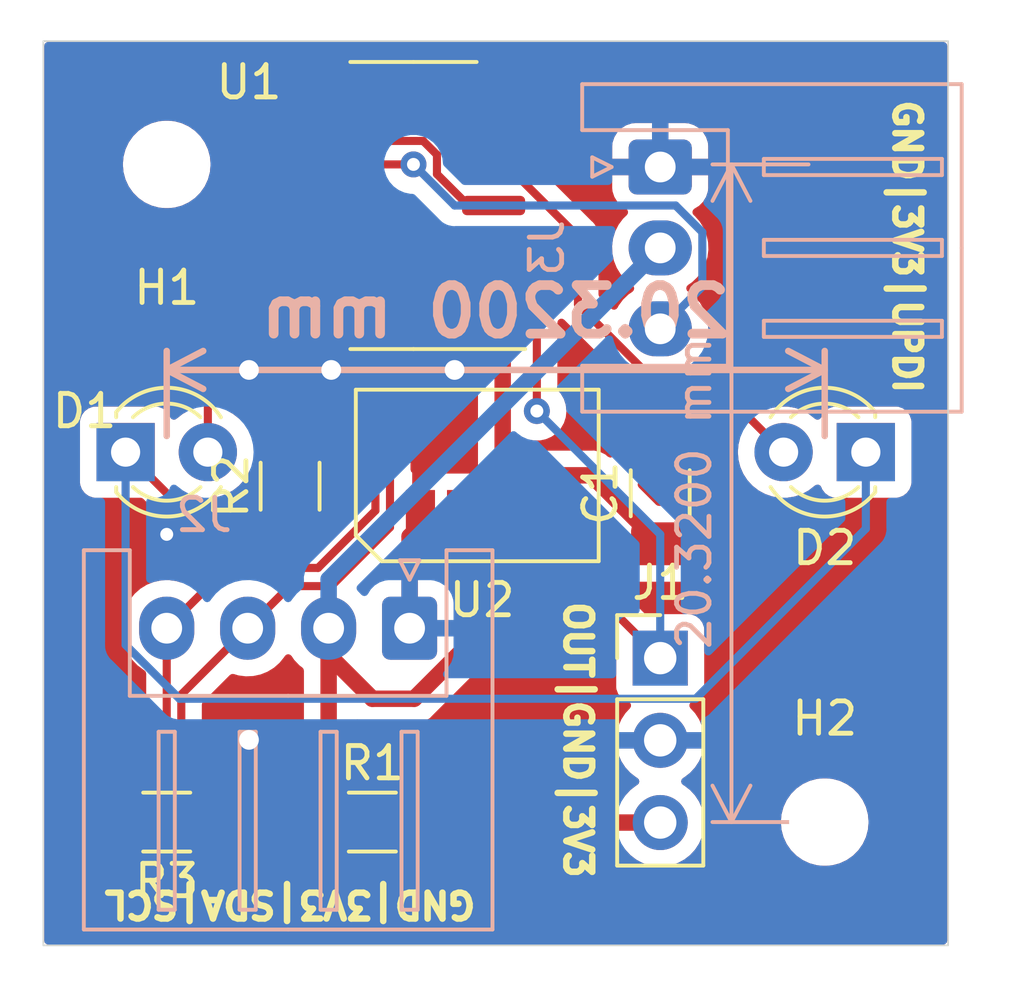
<source format=kicad_pcb>
(kicad_pcb (version 20221018) (generator pcbnew)
  (layers (0 "F.Cu" signal) (31 "B.Cu" signal) (34 "B.Paste" user) (35 "F.Paste" user) (36 "B.SilkS" user "B.Silkscreen") (37 "F.SilkS" user "F.Silkscreen") (38 "B.Mask" user) (39 "F.Mask" user) (44 "Edge.Cuts" user))
  (net 0 "")
  (net 1 "+3V3")
  (net 2 "GND")
  (net 3 "Net-(D1-K)")
  (net 4 "Net-(D1-A)")
  (net 5 "Net-(D2-A)")
  (net 6 "SDA")
  (net 7 "SCL")
  (net 8 "UPDI")
  (net 9 "Net-(U1-PA5)")
  (net 10 "Net-(J1-Pin_1)")
  (footprint "Capacitor_SMD:C_1206_3216Metric_Pad1.33x1.80mm_HandSolder" (layer "F.Cu") (at 82.55 38.1 90)
    (fp_text reference "C1" (at 0 -1.85 90) (layer "F.SilkS"))
    (fp_text value "100nF")
    (fp_line (start -0.711252 -0.91) (end 0.711252 -0.91) (stroke (width 0.12)) (layer "F.SilkS"))
    (fp_line (start -0.711252 0.91) (end 0.711252 0.91) (stroke (width 0.12)) (layer "F.SilkS"))
    (pad "1" smd roundrect (at -1.5625 0 90) (size 1.325 1.8) (layers "F.Cu" "F.Paste" "F.Mask") (roundrect_rratio 0.188679) (net 1 "+3V3"))
    (pad "2" smd roundrect (at 1.5625 0 90) (size 1.325 1.8) (layers "F.Cu" "F.Paste" "F.Mask") (roundrect_rratio 0.188679) (net 2 "GND"))
  )
  (footprint "Resistor_SMD:R_1206_3216Metric_Pad1.30x1.75mm_HandSolder" (layer "F.Cu") (at 73.66 48.26)
    (fp_text reference "R1" (at 0 -1.82) (layer "F.SilkS"))
    (fp_text value "4k7")
    (fp_line (start -0.727064 -0.91) (end 0.727064 -0.91) (stroke (width 0.12)) (layer "F.SilkS"))
    (fp_line (start -0.727064 0.91) (end 0.727064 0.91) (stroke (width 0.12)) (layer "F.SilkS"))
    (pad "1" smd roundrect (at -1.55 0) (size 1.3 1.75) (layers "F.Cu" "F.Paste" "F.Mask") (roundrect_rratio 0.192308) (net 1 "+3V3"))
    (pad "2" smd roundrect (at 1.55 0) (size 1.3 1.75) (layers "F.Cu" "F.Paste" "F.Mask") (roundrect_rratio 0.192308) (net 6 "SDA"))
  )
  (footprint "Resistor_SMD:R_1206_3216Metric_Pad1.30x1.75mm_HandSolder" (layer "F.Cu") (at 71.12 37.8825 90)
    (fp_text reference "R2" (at 0 -1.82 90) (layer "F.SilkS"))
    (fp_text value "220")
    (fp_line (start -0.727064 -0.91) (end 0.727064 -0.91) (stroke (width 0.12)) (layer "F.SilkS"))
    (fp_line (start -0.727064 0.91) (end 0.727064 0.91) (stroke (width 0.12)) (layer "F.SilkS"))
    (pad "1" smd roundrect (at -1.55 0 90) (size 1.3 1.75) (layers "F.Cu" "F.Paste" "F.Mask") (roundrect_rratio 0.192308) (net 3 "Net-(D1-K)"))
    (pad "2" smd roundrect (at 1.55 0 90) (size 1.3 1.75) (layers "F.Cu" "F.Paste" "F.Mask") (roundrect_rratio 0.192308) (net 9 "Net-(U1-PA5)"))
  )
  (footprint "Resistor_SMD:R_1206_3216Metric_Pad1.30x1.75mm_HandSolder" (layer "F.Cu") (at 67.31 48.26 180)
    (fp_text reference "R3" (at 0 -1.82 180) (layer "F.SilkS"))
    (fp_text value "4k7")
    (fp_line (start -0.727064 -0.91) (end 0.727064 -0.91) (stroke (width 0.12)) (layer "F.SilkS"))
    (fp_line (start -0.727064 0.91) (end 0.727064 0.91) (stroke (width 0.12)) (layer "F.SilkS"))
    (pad "1" smd roundrect (at -1.55 0 180) (size 1.3 1.75) (layers "F.Cu" "F.Paste" "F.Mask") (roundrect_rratio 0.192308) (net 1 "+3V3"))
    (pad "2" smd roundrect (at 1.55 0 180) (size 1.3 1.75) (layers "F.Cu" "F.Paste" "F.Mask") (roundrect_rratio 0.192308) (net 7 "SCL"))
  )
  (footprint "Package_SO:SOIC-14_3.9x8.7mm_P1.27mm" (layer "F.Cu") (at 74.93 29.21 180)
    (fp_text reference "U1" (at 5.08 3.81) (layer "F.SilkS"))
    (fp_text value "ATtiny404-SS")
    (fp_line (start 0 -4.435) (end -3.45 -4.435) (stroke (width 0.12)) (layer "F.SilkS"))
    (fp_line (start 0 -4.435) (end 1.95 -4.435) (stroke (width 0.12)) (layer "F.SilkS"))
    (fp_line (start 0 4.435) (end -1.95 4.435) (stroke (width 0.12)) (layer "F.SilkS"))
    (fp_line (start 0 4.435) (end 1.95 4.435) (stroke (width 0.12)) (layer "F.SilkS"))
    (pad "1" smd roundrect (at -2.475 -3.81 180) (size 1.95 0.6) (layers "F.Cu" "F.Paste" "F.Mask") (net 1 "+3V3"))
    (pad "2" smd roundrect (at -2.475 -2.54 180) (size 1.95 0.6) (layers "F.Cu" "F.Paste" "F.Mask") (net 10 "Net-(J1-Pin_1)"))
    (pad "3" smd roundrect (at -2.475 -1.27 180) (size 1.95 0.6) (layers "F.Cu" "F.Paste" "F.Mask") (net 9 "Net-(U1-PA5)"))
    (pad "4" smd roundrect (at -2.475 0 180) (size 1.95 0.6) (layers "F.Cu" "F.Paste" "F.Mask") (net 4 "Net-(D1-A)"))
    (pad "5" smd roundrect (at -2.475 1.27 180) (size 1.95 0.6) (layers "F.Cu" "F.Paste" "F.Mask") (net 5 "Net-(D2-A)"))
    (pad "6" smd roundrect (at -2.475 2.54 180) (size 1.95 0.6) (layers "F.Cu" "F.Paste" "F.Mask"))
    (pad "7" smd roundrect (at -2.475 3.81 180) (size 1.95 0.6) (layers "F.Cu" "F.Paste" "F.Mask"))
    (pad "8" smd roundrect (at 2.475 3.81 180) (size 1.95 0.6) (layers "F.Cu" "F.Paste" "F.Mask"))
    (pad "9" smd roundrect (at 2.475 2.54 180) (size 1.95 0.6) (layers "F.Cu" "F.Paste" "F.Mask"))
    (pad "10" smd roundrect (at 2.475 1.27 180) (size 1.95 0.6) (layers "F.Cu" "F.Paste" "F.Mask") (net 8 "UPDI"))
    (pad "11" smd roundrect (at 2.475 0 180) (size 1.95 0.6) (layers "F.Cu" "F.Paste" "F.Mask") (net 6 "SDA"))
    (pad "12" smd roundrect (at 2.475 -1.27 180) (size 1.95 0.6) (layers "F.Cu" "F.Paste" "F.Mask") (net 7 "SCL"))
    (pad "13" smd roundrect (at 2.475 -2.54 180) (size 1.95 0.6) (layers "F.Cu" "F.Paste" "F.Mask"))
    (pad "14" smd roundrect (at 2.475 -3.81 180) (size 1.95 0.6) (layers "F.Cu" "F.Paste" "F.Mask") (net 2 "GND"))
  )
  (footprint "MountingHole:MountingHole_2.2mm_M2" (layer "F.Cu") (at 87.63 48.26)
    (fp_text reference "H2" (at 0 -3.2) (layer "F.SilkS"))
    (fp_text value "MountingHole" hide)
    (pad "" np_thru_hole circle (at 0 0) (size 2.2 2.2) (drill 2.2) (layers "*.Cu" "*.Mask"))
  )
  (footprint "MountingHole:MountingHole_2.2mm_M2" (layer "F.Cu") (at 67.31 27.94)
    (fp_text reference "H1" (at 0 3.81) (layer "F.SilkS"))
    (fp_text value "MountingHole")
    (pad "" np_thru_hole circle (at 0 0) (size 2.2 2.2) (drill 2.2) (layers "*.Cu" "*.Mask"))
  )
  (footprint "opto-counter:TSS60xx" (layer "F.Cu") (at 77.05 37.4)
    (fp_text reference "U2" (at 0 4) (layer "F.SilkS"))
    (fp_text value "TSSP6038")
    (fp_line (start -3.9 -2.5) (end 3.6 -2.5) (stroke (width 0.12)) (layer "F.SilkS"))
    (fp_line (start -3.9 2) (end -3.9 -2.5) (stroke (width 0.12)) (layer "F.SilkS"))
    (fp_line (start -3.1 2.8) (end -3.9 2) (stroke (width 0.12)) (layer "F.SilkS"))
    (fp_line (start 3.6 -2.5) (end 3.6 2.8) (stroke (width 0.12)) (layer "F.SilkS"))
    (fp_line (start 3.6 2.8) (end -3.1 2.8) (stroke (width 0.12)) (layer "F.SilkS"))
    (pad "1" smd rect (at -1.905 1.7) (size 0.9 2.2) (layers "F.Cu" "F.Paste" "F.Mask") (net 2 "GND"))
    (pad "2" smd rect (at -0.635 1.7) (size 0.9 2.2) (layers "F.Cu" "F.Paste" "F.Mask"))
    (pad "3" smd rect (at 0.635 1.7) (size 0.9 2.2) (layers "F.Cu" "F.Paste" "F.Mask") (net 1 "+3V3"))
    (pad "4" smd rect (at 1.905 1.7) (size 0.9 2.2) (layers "F.Cu" "F.Paste" "F.Mask") (net 10 "Net-(J1-Pin_1)"))
  )
  (footprint "LED_THT:LED_D3.0mm_IRBlack" (layer "F.Cu") (at 66.04 36.83)
    (fp_text reference "D1" (at -1.27 -1.27) (layer "F.SilkS"))
    (fp_text value "TSAL4400")
    (fp_line (start -0.29 -1.236) (end -0.29 -1.08) (stroke (width 0.12)) (layer "F.SilkS"))
    (fp_line (start -0.29 1.08) (end -0.29 1.236) (stroke (width 0.12)) (layer "F.SilkS"))
    (fp_arc (start -0.29 -1.235516) (mid 1.366487 -1.987659) (end 2.942335 -1.078608) (stroke (width 0.12)) (layer "F.SilkS"))
    (fp_arc (start 0.229039 -1.08) (mid 1.270117 -1.5) (end 2.31113 -1.079837) (stroke (width 0.12)) (layer "F.SilkS"))
    (fp_arc (start 2.31113 1.079837) (mid 1.270117 1.5) (end 0.229039 1.08) (stroke (width 0.12)) (layer "F.SilkS"))
    (fp_arc (start 2.942335 1.078608) (mid 1.366487 1.987659) (end -0.29 1.235516) (stroke (width 0.12)) (layer "F.SilkS"))
    (pad "1" thru_hole rect (at 0 0) (size 1.8 1.8) (drill 0.9) (layers "*.Cu" "*.Mask") (net 3 "Net-(D1-K)"))
    (pad "2" thru_hole circle (at 2.54 0) (size 1.8 1.8) (drill 0.9) (layers "*.Cu" "*.Mask") (net 4 "Net-(D1-A)"))
  )
  (footprint "LED_THT:LED_D3.0mm_IRBlack" (layer "F.Cu") (at 88.9 36.83 180)
    (fp_text reference "D2" (at 1.27 -2.96) (layer "F.SilkS"))
    (fp_text value "TSAL4400")
    (fp_line (start -0.29 -1.236) (end -0.29 -1.08) (stroke (width 0.12)) (layer "F.SilkS"))
    (fp_line (start -0.29 1.08) (end -0.29 1.236) (stroke (width 0.12)) (layer "F.SilkS"))
    (fp_arc (start -0.29 -1.235516) (mid 1.366487 -1.987659) (end 2.942335 -1.078608) (stroke (width 0.12)) (layer "F.SilkS"))
    (fp_arc (start 0.229039 -1.08) (mid 1.270117 -1.5) (end 2.31113 -1.079837) (stroke (width 0.12)) (layer "F.SilkS"))
    (fp_arc (start 2.31113 1.079837) (mid 1.270117 1.5) (end 0.229039 1.08) (stroke (width 0.12)) (layer "F.SilkS"))
    (fp_arc (start 2.942335 1.078608) (mid 1.366487 1.987659) (end -0.29 1.235516) (stroke (width 0.12)) (layer "F.SilkS"))
    (pad "1" thru_hole rect (at 0 0 180) (size 1.8 1.8) (drill 0.9) (layers "*.Cu" "*.Mask") (net 3 "Net-(D1-K)"))
    (pad "2" thru_hole circle (at 2.54 0 180) (size 1.8 1.8) (drill 0.9) (layers "*.Cu" "*.Mask") (net 5 "Net-(D2-A)"))
  )
  (footprint "Connector_PinHeader_2.54mm:PinHeader_1x03_P2.54mm_Vertical" (layer "F.Cu") (at 82.55 43.195)
    (fp_text reference "J1" (at 0 -2.33) (layer "F.SilkS"))
    (fp_text value "IR-REC")
    (fp_line (start -1.33 -1.33) (end 0 -1.33) (stroke (width 0.12)) (layer "F.SilkS"))
    (fp_line (start -1.33 0) (end -1.33 -1.33) (stroke (width 0.12)) (layer "F.SilkS"))
    (fp_line (start -1.33 1.27) (end -1.33 6.41) (stroke (width 0.12)) (layer "F.SilkS"))
    (fp_line (start -1.33 1.27) (end 1.33 1.27) (stroke (width 0.12)) (layer "F.SilkS"))
    (fp_line (start -1.33 6.41) (end 1.33 6.41) (stroke (width 0.12)) (layer "F.SilkS"))
    (fp_line (start 1.33 1.27) (end 1.33 6.41) (stroke (width 0.12)) (layer "F.SilkS"))
    (pad "1" thru_hole rect (at 0 0) (size 1.7 1.7) (drill 1) (layers "*.Cu" "*.Mask") (net 10 "Net-(J1-Pin_1)"))
    (pad "2" thru_hole oval (at 0 2.54) (size 1.7 1.7) (drill 1) (layers "*.Cu" "*.Mask") (net 2 "GND"))
    (pad "3" thru_hole oval (at 0 5.08) (size 1.7 1.7) (drill 1) (layers "*.Cu" "*.Mask") (net 1 "+3V3"))
  )
  (footprint "Connector_JST:JST_XH_S4B-XH-A_1x04_P2.50mm_Horizontal" (layer "B.Cu") (at 74.81 42.27 180)
    (fp_text reference "J2" (at 6.35 3.5) (layer "B.SilkS") (effects (justify mirror)))
    (fp_text value "qwiic")
    (fp_line (start -2.56 -9.31) (end -2.56 2.41) (stroke (width 0.12)) (layer "B.SilkS"))
    (fp_line (start -2.56 2.41) (end -1.14 2.41) (stroke (width 0.12)) (layer "B.SilkS"))
    (fp_line (start -1.14 -2.09) (end 3.75 -2.09) (stroke (width 0.12)) (layer "B.SilkS"))
    (fp_line (start -1.14 2.41) (end -1.14 -2.09) (stroke (width 0.12)) (layer "B.SilkS"))
    (fp_line (start -0.3 2.1) (end 0.3 2.1) (stroke (width 0.12)) (layer "B.SilkS"))
    (fp_line (start -0.25 -8.7) (end 0.25 -8.7) (stroke (width 0.12)) (layer "B.SilkS"))
    (fp_line (start -0.25 -3.2) (end -0.25 -8.7) (stroke (width 0.12)) (layer "B.SilkS"))
    (fp_line (start 0 1.5) (end -0.3 2.1) (stroke (width 0.12)) (layer "B.SilkS"))
    (fp_line (start 0.25 -8.7) (end 0.25 -3.2) (stroke (width 0.12)) (layer "B.SilkS"))
    (fp_line (start 0.25 -3.2) (end -0.25 -3.2) (stroke (width 0.12)) (layer "B.SilkS"))
    (fp_line (start 0.3 2.1) (end 0 1.5) (stroke (width 0.12)) (layer "B.SilkS"))
    (fp_line (start 2.25 -8.7) (end 2.75 -8.7) (stroke (width 0.12)) (layer "B.SilkS"))
    (fp_line (start 2.25 -3.2) (end 2.25 -8.7) (stroke (width 0.12)) (layer "B.SilkS"))
    (fp_line (start 2.75 -8.7) (end 2.75 -3.2) (stroke (width 0.12)) (layer "B.SilkS"))
    (fp_line (start 2.75 -3.2) (end 2.25 -3.2) (stroke (width 0.12)) (layer "B.SilkS"))
    (fp_line (start 3.75 -9.31) (end -2.56 -9.31) (stroke (width 0.12)) (layer "B.SilkS"))
    (fp_line (start 3.75 -9.31) (end 10.06 -9.31) (stroke (width 0.12)) (layer "B.SilkS"))
    (fp_line (start 4.75 -8.7) (end 5.25 -8.7) (stroke (width 0.12)) (layer "B.SilkS"))
    (fp_line (start 4.75 -3.2) (end 4.75 -8.7) (stroke (width 0.12)) (layer "B.SilkS"))
    (fp_line (start 5.25 -8.7) (end 5.25 -3.2) (stroke (width 0.12)) (layer "B.SilkS"))
    (fp_line (start 5.25 -3.2) (end 4.75 -3.2) (stroke (width 0.12)) (layer "B.SilkS"))
    (fp_line (start 7.25 -8.7) (end 7.75 -8.7) (stroke (width 0.12)) (layer "B.SilkS"))
    (fp_line (start 7.25 -3.2) (end 7.25 -8.7) (stroke (width 0.12)) (layer "B.SilkS"))
    (fp_line (start 7.75 -8.7) (end 7.75 -3.2) (stroke (width 0.12)) (layer "B.SilkS"))
    (fp_line (start 7.75 -3.2) (end 7.25 -3.2) (stroke (width 0.12)) (layer "B.SilkS"))
    (fp_line (start 8.64 -2.09) (end 3.75 -2.09) (stroke (width 0.12)) (layer "B.SilkS"))
    (fp_line (start 8.64 2.41) (end 8.64 -2.09) (stroke (width 0.12)) (layer "B.SilkS"))
    (fp_line (start 10.06 -9.31) (end 10.06 2.41) (stroke (width 0.12)) (layer "B.SilkS"))
    (fp_line (start 10.06 2.41) (end 8.64 2.41) (stroke (width 0.12)) (layer "B.SilkS"))
    (pad "1" thru_hole roundrect (at 0 0 180) (size 1.7 1.95) (drill 0.95) (layers "*.Cu" "*.Mask") (roundrect_rratio 0.147059) (net 2 "GND"))
    (pad "2" thru_hole oval (at 2.5 0 180) (size 1.7 1.95) (drill 0.95) (layers "*.Cu" "*.Mask") (net 1 "+3V3"))
    (pad "3" thru_hole oval (at 5 0 180) (size 1.7 1.95) (drill 0.95) (layers "*.Cu" "*.Mask") (net 6 "SDA"))
    (pad "4" thru_hole oval (at 7.5 0 180) (size 1.7 1.95) (drill 0.95) (layers "*.Cu" "*.Mask") (net 7 "SCL"))
  )
  (footprint "Connector_JST:JST_XH_S3B-XH-A_1x03_P2.50mm_Horizontal" (layer "B.Cu") (at 82.55 28.02 -90)
    (fp_text reference "J3" (at 2.5 3.5 -270) (layer "B.SilkS") (effects (justify mirror)))
    (fp_text value "UPDI")
    (fp_line (start -2.56 -9.31) (end -2.56 2.41) (stroke (width 0.12)) (layer "B.SilkS"))
    (fp_line (start -2.56 2.41) (end -1.14 2.41) (stroke (width 0.12)) (layer "B.SilkS"))
    (fp_line (start -1.14 -2.09) (end 2.5 -2.09) (stroke (width 0.12)) (layer "B.SilkS"))
    (fp_line (start -1.14 2.41) (end -1.14 -2.09) (stroke (width 0.12)) (layer "B.SilkS"))
    (fp_line (start -0.3 2.1) (end 0.3 2.1) (stroke (width 0.12)) (layer "B.SilkS"))
    (fp_line (start -0.25 -8.7) (end 0.25 -8.7) (stroke (width 0.12)) (layer "B.SilkS"))
    (fp_line (start -0.25 -3.2) (end -0.25 -8.7) (stroke (width 0.12)) (layer "B.SilkS"))
    (fp_line (start 0 1.5) (end -0.3 2.1) (stroke (width 0.12)) (layer "B.SilkS"))
    (fp_line (start 0.25 -8.7) (end 0.25 -3.2) (stroke (width 0.12)) (layer "B.SilkS"))
    (fp_line (start 0.25 -3.2) (end -0.25 -3.2) (stroke (width 0.12)) (layer "B.SilkS"))
    (fp_line (start 0.3 2.1) (end 0 1.5) (stroke (width 0.12)) (layer "B.SilkS"))
    (fp_line (start 2.25 -8.7) (end 2.75 -8.7) (stroke (width 0.12)) (layer "B.SilkS"))
    (fp_line (start 2.25 -3.2) (end 2.25 -8.7) (stroke (width 0.12)) (layer "B.SilkS"))
    (fp_line (start 2.5 -9.31) (end -2.56 -9.31) (stroke (width 0.12)) (layer "B.SilkS"))
    (fp_line (start 2.5 -9.31) (end 7.56 -9.31) (stroke (width 0.12)) (layer "B.SilkS"))
    (fp_line (start 2.75 -8.7) (end 2.75 -3.2) (stroke (width 0.12)) (layer "B.SilkS"))
    (fp_line (start 2.75 -3.2) (end 2.25 -3.2) (stroke (width 0.12)) (layer "B.SilkS"))
    (fp_line (start 4.75 -8.7) (end 5.25 -8.7) (stroke (width 0.12)) (layer "B.SilkS"))
    (fp_line (start 4.75 -3.2) (end 4.75 -8.7) (stroke (width 0.12)) (layer "B.SilkS"))
    (fp_line (start 5.25 -8.7) (end 5.25 -3.2) (stroke (width 0.12)) (layer "B.SilkS"))
    (fp_line (start 5.25 -3.2) (end 4.75 -3.2) (stroke (width 0.12)) (layer "B.SilkS"))
    (fp_line (start 6.14 -2.09) (end 2.5 -2.09) (stroke (width 0.12)) (layer "B.SilkS"))
    (fp_line (start 6.14 2.41) (end 6.14 -2.09) (stroke (width 0.12)) (layer "B.SilkS"))
    (fp_line (start 7.56 -9.31) (end 7.56 2.41) (stroke (width 0.12)) (layer "B.SilkS"))
    (fp_line (start 7.56 2.41) (end 6.14 2.41) (stroke (width 0.12)) (layer "B.SilkS"))
    (pad "1" thru_hole roundrect (at 0 0 270) (size 1.7 1.95) (drill 0.95) (layers "*.Cu" "*.Mask") (roundrect_rratio 0.147059) (net 2 "GND"))
    (pad "2" thru_hole oval (at 2.5 0 270) (size 1.7 1.95) (drill 0.95) (layers "*.Cu" "*.Mask") (net 1 "+3V3"))
    (pad "3" thru_hole oval (at 5 0 270) (size 1.7 1.95) (drill 0.95) (layers "*.Cu" "*.Mask") (net 8 "UPDI"))
  )
  (gr_rect (start 63.5 24.13) (end 91.44 52.07) (stroke (width 0.05)) (fill none) (layer "Edge.Cuts"))
  (gr_text "GND|3V3|SDA|SCL\n" (at 71.12 50.8 180) (layer "F.SilkS") (effects (font (size 0.8 0.8) (thickness 0.2))))
  (gr_text "GND|3V3|UPDI\n" (at 90.17 30.48 -90) (layer "F.SilkS") (effects (font (size 0.8 0.8) (thickness 0.2))))
  (gr_text "OUT|GND|3V3\n" (at 80.01 45.72 270) (layer "F.SilkS") (effects (font (size 0.8 0.8) (thickness 0.2))))
  (dimension (type aligned) (layer "B.SilkS") (pts (xy 87.63 36.83) (xy 67.31 36.83)) (height 2.54) (gr_text "20,3200 mm" (at 77.47 32.49) (layer "B.SilkS") (effects (font (size 1.5 1.5) (thickness 0.3)) (justify mirror))) (format (prefix "") (suffix "") (units 3) (units_format 1) (precision 4)) (style (thickness 0.2) (arrow_length 1.27) (text_position_mode 0) (extension_height 0.58642) (extension_offset 0.5) keep_text_aligned))
  (dimension (type aligned) (layer "B.SilkS") (pts (xy 87.63 48.26) (xy 87.63 27.94)) (height -2.88) (gr_text "20,3200 mm" (at 83.6 38.1 90) (layer "B.SilkS") (effects (font (size 1 1) (thickness 0.15)))) (format (prefix "") (suffix "") (units 3) (units_format 1) (precision 4)) (style (thickness 0.12) (arrow_length 1.27) (text_position_mode 0) (extension_height 0.58642) (extension_offset 0.5) keep_text_aligned))
  (segment (start 80.4335 37.546) (end 78.239 37.546) (width 0.508) (layer "F.Cu") (net 1))
  (segment (start 74.950606 44.45) (end 73.66 44.45) (width 0.508) (layer "F.Cu") (net 1))
  (segment (start 77.685 38.1) (end 77.685 39.1) (width 0.508) (layer "F.Cu") (net 1))
  (segment (start 78.239 37.546) (end 77.685 38.1) (width 0.508) (layer "F.Cu") (net 1))
  (segment (start 72.31 44.45) (end 72.31 42.27) (width 0.508) (layer "F.Cu") (net 1))
  (segment (start 72.39 42.35) (end 72.31 42.27) (width 0.508) (layer "F.Cu") (net 1))
  (segment (start 77.411 46.931) (end 74.976608 46.931) (width 0.508) (layer "F.Cu") (net 1))
  (segment (start 72.1725 48.26) (end 72.31 48.1225) (width 0.508) (layer "F.Cu") (net 1))
  (segment (start 78.755 48.275) (end 77.47 46.99) (width 0.508) (layer "F.Cu") (net 1))
  (segment (start 82.55 48.275) (end 78.755 48.275) (width 0.508) (layer "F.Cu") (net 1))
  (segment (start 68.7975 48.26) (end 72.1725 48.26) (width 0.508) (layer "F.Cu") (net 1))
  (segment (start 77.685 33.3) (end 77.685 38.1) (width 0.508) (layer "F.Cu") (net 1))
  (segment (start 77.405 33.02) (end 77.685 33.3) (width 0.508) (layer "F.Cu") (net 1))
  (segment (start 72.39 43.18) (end 72.39 42.35) (width 0.508) (layer "F.Cu") (net 1))
  (segment (start 77.685 41.715606) (end 74.950606 44.45) (width 0.508) (layer "F.Cu") (net 1))
  (segment (start 73.601 46.931) (end 72.39 45.72) (width 0.508) (layer "F.Cu") (net 1))
  (segment (start 74.976608 46.931) (end 73.601 46.931) (width 0.508) (layer "F.Cu") (net 1))
  (segment (start 82.55 39.6625) (end 80.4335 37.546) (width 0.508) (layer "F.Cu") (net 1))
  (segment (start 72.1725 48.26) (end 72.39 48.26) (width 0.508) (layer "F.Cu") (net 1))
  (segment (start 73.66 44.45) (end 72.39 43.18) (width 0.508) (layer "F.Cu") (net 1))
  (segment (start 72.31 48.1225) (end 72.31 44.45) (width 0.508) (layer "F.Cu") (net 1))
  (segment (start 77.685 39.1) (end 77.685 41.715606) (width 0.508) (layer "F.Cu") (net 1))
  (segment (start 77.47 46.99) (end 77.411 46.931) (width 0.508) (layer "F.Cu") (net 1))
  (segment (start 72.31 40.76) (end 72.31 42.27) (width 0.508) (layer "B.Cu") (net 1))
  (segment (start 82.55 30.52) (end 72.31 40.76) (width 0.508) (layer "B.Cu") (net 1))
  (segment (start 74.81 42.27) (end 74.81 39.435) (width 0.508) (layer "F.Cu") (net 2))
  (segment (start 75.145 35.345) (end 75.145 39.1) (width 0.508) (layer "F.Cu") (net 2))
  (segment (start 74.81 39.435) (end 75.145 39.1) (width 0.508) (layer "F.Cu") (net 2))
  (segment (start 76.2 34.29) (end 75.145 35.345) (width 0.508) (layer "F.Cu") (net 2))
  (segment (start 72.455 34.225) (end 72.39 34.29) (width 0.508) (layer "F.Cu") (net 2))
  (segment (start 72.455 33.02) (end 72.455 34.225) (width 0.508) (layer "F.Cu") (net 2))
  (via (at 72.39 34.29) (size 1.27) (drill 0.6096) (layers "F.Cu" "B.Cu") (net 2))
  (via (at 69.85 34.29) (size 1.27) (drill 0.6096) (layers "F.Cu" "B.Cu") (net 2))
  (via (at 67.31 39.37) (size 0.8) (drill 0.4) (layers "F.Cu" "B.Cu") (net 2))
  (via (at 76.2 34.29) (size 1.27) (drill 0.6096) (layers "F.Cu" "B.Cu") (net 2))
  (via (at 69.85 45.72) (size 1.27) (drill 0.6096) (layers "F.Cu" "B.Cu") (net 2))
  (segment (start 72.39 34.29) (end 76.2 34.29) (width 0.508) (layer "B.Cu") (net 2))
  (segment (start 72.39 34.29) (end 69.85 34.29) (width 0.508) (layer "B.Cu") (net 2))
  (segment (start 71.12 39.37) (end 68.58 39.37) (width 0.25) (layer "F.Cu") (net 3))
  (segment (start 68.58 39.37) (end 66.04 36.83) (width 0.25) (layer "F.Cu") (net 3))
  (segment (start 66.04 42.786701) (end 66.04 36.83) (width 0.25) (layer "B.Cu") (net 3))
  (segment (start 88.9 36.83) (end 88.9 39.195) (width 0.25) (layer "B.Cu") (net 3))
  (segment (start 88.9 39.195) (end 83.645 44.45) (width 0.25) (layer "B.Cu") (net 3))
  (segment (start 67.703299 44.45) (end 66.04 42.786701) (width 0.25) (layer "B.Cu") (net 3))
  (segment (start 83.645 44.45) (end 67.703299 44.45) (width 0.25) (layer "B.Cu") (net 3))
  (segment (start 75.655 27.639695) (end 75.230305 27.215) (width 0.25) (layer "F.Cu") (net 4))
  (segment (start 75.655 28.240305) (end 75.655 27.639695) (width 0.25) (layer "F.Cu") (net 4))
  (segment (start 70.67 28.078249) (end 70.67 31.75) (width 0.25) (layer "F.Cu") (net 4))
  (segment (start 73.576751 27.215) (end 73.476751 27.315) (width 0.25) (layer "F.Cu") (net 4))
  (segment (start 73.476751 27.315) (end 71.433249 27.315) (width 0.25) (layer "F.Cu") (net 4))
  (segment (start 77.405 29.21) (end 76.624695 29.21) (width 0.25) (layer "F.Cu") (net 4))
  (segment (start 76.624695 29.21) (end 75.655 28.240305) (width 0.25) (layer "F.Cu") (net 4))
  (segment (start 71.433249 27.315) (end 70.67 28.078249) (width 0.25) (layer "F.Cu") (net 4))
  (segment (start 68.58 33.84) (end 68.58 36.83) (width 0.25) (layer "F.Cu") (net 4))
  (segment (start 70.67 31.75) (end 68.58 33.84) (width 0.25) (layer "F.Cu") (net 4))
  (segment (start 75.230305 27.215) (end 73.576751 27.215) (width 0.25) (layer "F.Cu") (net 4))
  (segment (start 82.033299 34.29) (end 83.82 34.29) (width 0.25) (layer "F.Cu") (net 5))
  (segment (start 83.82 34.29) (end 86.36 36.83) (width 0.25) (layer "F.Cu") (net 5))
  (segment (start 80.01 32.266701) (end 82.033299 34.29) (width 0.25) (layer "F.Cu") (net 5))
  (segment (start 80.01 30.168249) (end 80.01 32.266701) (width 0.25) (layer "F.Cu") (net 5))
  (segment (start 77.405 27.94) (end 77.781751 27.94) (width 0.25) (layer "F.Cu") (net 5))
  (segment (start 77.781751 27.94) (end 80.01 30.168249) (width 0.25) (layer "F.Cu") (net 5))
  (segment (start 73.9475 49.46) (end 68.096828 49.46) (width 0.25) (layer "F.Cu") (net 6))
  (segment (start 72.39 40.97) (end 71.11 40.97) (width 0.25) (layer "F.Cu") (net 6))
  (segment (start 67.76 49.123172) (end 67.76 44.32) (width 0.25) (layer "F.Cu") (net 6))
  (segment (start 72.455 29.21) (end 73.026396 29.21) (width 0.25) (layer "F.Cu") (net 6))
  (segment (start 74.205 39.155) (end 72.39 40.97) (width 0.25) (layer "F.Cu") (net 6))
  (segment (start 71.11 40.97) (end 69.81 42.27) (width 0.25) (layer "F.Cu") (net 6))
  (segment (start 75.1475 48.26) (end 73.9475 49.46) (width 0.25) (layer "F.Cu") (net 6))
  (segment (start 68.096828 49.46) (end 67.76 49.123172) (width 0.25) (layer "F.Cu") (net 6))
  (segment (start 67.76 44.32) (end 69.81 42.27) (width 0.25) (layer "F.Cu") (net 6))
  (segment (start 74.205 30.388604) (end 74.205 39.155) (width 0.25) (layer "F.Cu") (net 6))
  (segment (start 73.026396 29.21) (end 74.205 30.388604) (width 0.25) (layer "F.Cu") (net 6))
  (segment (start 73.66 30.48) (end 72.455 30.48) (width 0.25) (layer "F.Cu") (net 7))
  (segment (start 73.755 30.575) (end 73.66 30.48) (width 0.25) (layer "F.Cu") (net 7))
  (segment (start 67.31 46.7725) (end 65.8225 48.26) (width 0.25) (layer "F.Cu") (net 7))
  (segment (start 67.31 42.27) (end 67.31 46.7725) (width 0.25) (layer "F.Cu") (net 7))
  (segment (start 67.31 42.27) (end 69.1725 40.4075) (width 0.25) (layer "F.Cu") (net 7))
  (segment (start 71.983172 40.4075) (end 73.755 38.635672) (width 0.25) (layer "F.Cu") (net 7))
  (segment (start 73.755 38.635672) (end 73.755 30.575) (width 0.25) (layer "F.Cu") (net 7))
  (segment (start 69.1725 40.4075) (end 71.983172 40.4075) (width 0.25) (layer "F.Cu") (net 7))
  (segment (start 74.93 27.94) (end 72.455 27.94) (width 0.25) (layer "F.Cu") (net 8))
  (via (at 74.93 27.94) (size 0.8) (drill 0.4) (layers "F.Cu" "B.Cu") (net 8))
  (segment (start 76.2 29.21) (end 74.93 27.94) (width 0.25) (layer "B.Cu") (net 8))
  (segment (start 83.026701 29.21) (end 76.2 29.21) (width 0.25) (layer "B.Cu") (net 8))
  (segment (start 83.85 31.72) (end 83.85 30.033299) (width 0.25) (layer "B.Cu") (net 8))
  (segment (start 82.55 33.02) (end 83.85 31.72) (width 0.25) (layer "B.Cu") (net 8))
  (segment (start 83.85 30.033299) (end 83.026701 29.21) (width 0.25) (layer "B.Cu") (net 8))
  (segment (start 71.433249 28.585) (end 71.12 28.898249) (width 0.25) (layer "F.Cu") (net 9))
  (segment (start 73.476751 28.585) (end 71.433249 28.585) (width 0.25) (layer "F.Cu") (net 9))
  (segment (start 71.12 28.898249) (end 71.12 36.395) (width 0.25) (layer "F.Cu") (net 9))
  (segment (start 77.405 30.48) (end 75.371751 30.48) (width 0.25) (layer "F.Cu") (net 9))
  (segment (start 75.371751 30.48) (end 73.476751 28.585) (width 0.25) (layer "F.Cu") (net 9))
  (segment (start 78.74 32.708249) (end 77.781751 31.75) (width 0.25) (layer "F.Cu") (net 10))
  (segment (start 78.74 35.56) (end 78.74 32.708249) (width 0.25) (layer "F.Cu") (net 10))
  (segment (start 78.955 39.6) (end 82.55 43.195) (width 0.25) (layer "F.Cu") (net 10))
  (segment (start 77.781751 31.75) (end 77.405 31.75) (width 0.25) (layer "F.Cu") (net 10))
  (segment (start 78.955 39.1) (end 78.955 39.6) (width 0.25) (layer "F.Cu") (net 10))
  (via (at 78.74 35.56) (size 0.8) (drill 0.4) (layers "F.Cu" "B.Cu") (net 10))
  (segment (start 82.55 43.195) (end 82.55 39.37) (width 0.25) (layer "B.Cu") (net 10))
  (segment (start 82.55 39.37) (end 78.74 35.56) (width 0.25) (layer "B.Cu") (net 10))
  (zone (net 2) (net_name "GND") (layer "F.Cu") (connect_pads (clearance 0.508)) (min_thickness 0.254) (fill yes (thermal_gap 0.508) (thermal_bridge_width 0.508))
    (polygon (pts (xy 92.71 53.34) (xy 62.23 53.34) (xy 62.23 22.86) (xy 92.71 22.86)))
  )
  (zone (net 2) (net_name "GND") (layer "B.Cu") (connect_pads (clearance 0.508)) (min_thickness 0.254) (fill yes (thermal_gap 0.508) (thermal_bridge_width 0.508))
    (polygon (pts (xy 91.44 52.07) (xy 63.5 52.07) (xy 63.5 24.13) (xy 91.44 24.13)))
  )
)
</source>
